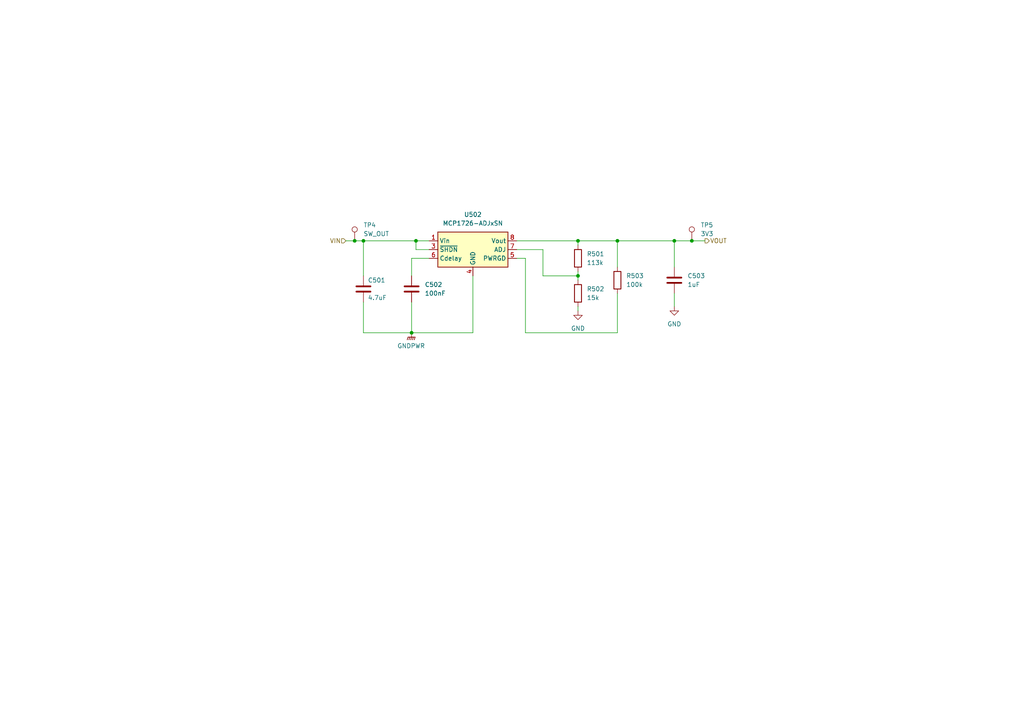
<source format=kicad_sch>
(kicad_sch (version 20230121) (generator eeschema)
  (paper "A4")
  (lib_symbols
    (symbol "Connector:TestPoint" (pin_numbers hide) (pin_names (offset 0.762) hide)
      (property "Reference" "TP" (at 0 6.858 0))
      (property "Value" "TestPoint" (at 0 5.08 0))
      (symbol "TestPoint_0_1"
        (circle (center 0 3.302) (radius 0.762))
      )
      (symbol "TestPoint_1_1"
        (pin passive line (at 0 0 90) (length 2.54) (name "1") (number "1"))
      )
    )
    (symbol "Device:C" (pin_numbers hide) (pin_names (offset 0.254))
      (property "Reference" "C" (at 0.635 2.54 0))
      (property "Value" "C" (at 0.635 -2.54 0))
      (symbol "C_0_1"
        (polyline (pts (xy -2.032 -0.762) (xy 2.032 -0.762)) (stroke (width 0.508)))
        (polyline (pts (xy -2.032 0.762) (xy 2.032 0.762)) (stroke (width 0.508)))
      )
      (symbol "C_1_1"
        (pin passive line (at 0 3.81 270) (length 2.794) (name "~") (number "1"))
        (pin passive line (at 0 -3.81 90) (length 2.794) (name "~") (number "2"))
      )
    )
    (symbol "Device:R" (pin_numbers hide) (pin_names (offset 0))
      (property "Reference" "R" (at 2.032 0 90))
      (property "Value" "R" (at 0 0 90))
      (symbol "R_0_1"
        (rectangle (start -1.016 -2.54) (end 1.016 2.54) (stroke (width 0.254)))
      )
      (symbol "R_1_1"
        (pin passive line (at 0 3.81 270) (length 1.27) (name "~") (number "1"))
        (pin passive line (at 0 -3.81 90) (length 1.27) (name "~") (number "2"))
      )
    )
    (symbol "GND_1" (power) (pin_names (offset 0))
      (property "Value" "GND_1" (at 0 -3.81 0))
      (symbol "GND_1_0_1"
        (polyline (pts (xy 0 0) (xy 0 -1.27) (xy 1.27 -1.27) (xy 0 -2.54) (xy -1.27 -1.27) (xy 0 -1.27)))
      )
      (symbol "GND_1_1_1"
        (pin power_in line (at 0 0 270) (length 0) hide (name "GND") (number "1"))
      )
    )
    (symbol "Regulator_Linear:MCP1727-ADJxSN"
      (property "Reference" "U" (at -8.89 6.35 0))
      (property "Value" "MCP1727-ADJxSN" (at 3.81 6.35 0))
      (symbol "MCP1727-ADJxSN_0_0"
        (pin open_collector line (at 12.7 -2.54 180) (length 2.54) (name "PWRGD") (number "5"))
        (pin input line (at -12.7 -2.54 0) (length 2.54) (name "Cdelay") (number "6"))
        (pin input line (at 12.7 0 180) (length 2.54) (name "ADJ") (number "7"))
        (pin power_out line (at 12.7 2.54 180) (length 2.54) (name "Vout") (number "8"))
      )
      (symbol "MCP1727-ADJxSN_0_1"
        (rectangle (start -10.16 5.08) (end 10.16 -5.08) (stroke (width 0.254)) (fill (type background)))
      )
      (symbol "MCP1727-ADJxSN_1_1"
        (pin power_in line (at -12.7 2.54 0) (length 2.54) (name "Vin") (number "1"))
        (pin passive line (at -12.7 2.54 0) (length 2.54) hide (name "Vin") (number "2"))
        (pin input line (at -12.7 0 0) (length 2.54) (name "~{SHDN}") (number "3"))
        (pin power_in line (at 0 -7.62 90) (length 2.54) (name "GND") (number "4"))
      )
    )
    (symbol "power:GND" (power) (pin_names (offset 0))
      (property "Value" "GND" (at 0 -3.81 0))
      (symbol "GND_0_1"
        (polyline (pts (xy 0 0) (xy 0 -1.27) (xy 1.27 -1.27) (xy 0 -2.54) (xy -1.27 -1.27) (xy 0 -1.27)))
      )
      (symbol "GND_1_1"
        (pin power_in line (at 0 0 270) (length 0) hide (name "GND") (number "1"))
      )
    )
    (symbol "power:GNDPWR" (power) (pin_names (offset 0))
      (property "Value" "GNDPWR" (at 0 -3.302 0))
      (symbol "GNDPWR_0_1"
        (polyline (pts (xy 0 -1.27) (xy 0 0)))
        (polyline (pts (xy -1.016 -1.27) (xy -1.27 -2.032) (xy -1.27 -2.032)) (stroke (width 0.2032)))
        (polyline (pts (xy -0.508 -1.27) (xy -0.762 -2.032) (xy -0.762 -2.032)) (stroke (width 0.2032)))
        (polyline (pts (xy 0 -1.27) (xy -0.254 -2.032) (xy -0.254 -2.032)) (stroke (width 0.2032)))
        (polyline (pts (xy 0.508 -1.27) (xy 0.254 -2.032) (xy 0.254 -2.032)) (stroke (width 0.2032)))
        (polyline (pts (xy 1.016 -1.27) (xy -1.016 -1.27) (xy -1.016 -1.27)) (stroke (width 0.2032)))
        (polyline (pts (xy 1.016 -1.27) (xy 0.762 -2.032) (xy 0.762 -2.032) (xy 0.762 -2.032)) (stroke (width 0.2032)))
      )
      (symbol "GNDPWR_1_1"
        (pin power_in line (at 0 0 270) (length 0) hide (name "GNDPWR") (number "1"))
      )
    )
  )
  (junction (at 179.07 69.85))
  (junction (at 120.65 69.85))
  (junction (at 119.38 96.52))
  (junction (at 167.64 80.01))
  (junction (at 195.58 69.85))
  (junction (at 102.87 69.85))
  (junction (at 105.41 69.85))
  (junction (at 200.66 69.85))
  (junction (at 167.64 69.85))
  (wire (pts (xy 124.46 74.93) (xy 119.38 74.93)))
  (wire (pts (xy 179.07 69.85) (xy 179.07 77.47)))
  (wire (pts (xy 124.46 72.39) (xy 120.65 72.39)))
  (wire (pts (xy 200.66 69.85) (xy 204.47 69.85)))
  (wire (pts (xy 195.58 69.85) (xy 200.66 69.85)))
  (wire (pts (xy 152.4 96.52) (xy 179.07 96.52)))
  (wire (pts (xy 167.64 69.85) (xy 167.64 71.12)))
  (wire (pts (xy 179.07 69.85) (xy 195.58 69.85)))
  (wire (pts (xy 120.65 69.85) (xy 124.46 69.85)))
  (wire (pts (xy 149.86 74.93) (xy 152.4 74.93)))
  (wire (pts (xy 167.64 80.01) (xy 167.64 81.28)))
  (wire (pts (xy 195.58 69.85) (xy 195.58 77.47)))
  (wire (pts (xy 120.65 72.39) (xy 120.65 69.85)))
  (wire (pts (xy 157.48 72.39) (xy 157.48 80.01)))
  (wire (pts (xy 179.07 85.09) (xy 179.07 96.52)))
  (wire (pts (xy 119.38 74.93) (xy 119.38 80.01)))
  (wire (pts (xy 100.33 69.85) (xy 102.87 69.85)))
  (wire (pts (xy 105.41 96.52) (xy 105.41 87.63)))
  (wire (pts (xy 119.38 87.63) (xy 119.38 96.52)))
  (wire (pts (xy 157.48 80.01) (xy 167.64 80.01)))
  (wire (pts (xy 167.64 78.74) (xy 167.64 80.01)))
  (wire (pts (xy 167.64 88.9) (xy 167.64 90.17)))
  (wire (pts (xy 105.41 69.85) (xy 105.41 80.01)))
  (wire (pts (xy 149.86 69.85) (xy 167.64 69.85)))
  (wire (pts (xy 105.41 69.85) (xy 120.65 69.85)))
  (wire (pts (xy 152.4 74.93) (xy 152.4 96.52)))
  (wire (pts (xy 102.87 69.85) (xy 105.41 69.85)))
  (wire (pts (xy 137.16 80.01) (xy 137.16 96.52)))
  (wire (pts (xy 119.38 96.52) (xy 105.41 96.52)))
  (wire (pts (xy 167.64 69.85) (xy 179.07 69.85)))
  (wire (pts (xy 137.16 96.52) (xy 119.38 96.52)))
  (wire (pts (xy 195.58 85.09) (xy 195.58 88.9)))
  (wire (pts (xy 149.86 72.39) (xy 157.48 72.39)))
  (hierarchical_label "VIN" (shape input) (at 100.33 69.85 180))
  (hierarchical_label "VOUT" (shape output) (at 204.47 69.85 0))
  (symbol (lib_name "GND_1") (lib_id "power:GND") (at 195.58 88.9 0) (unit 1)
    (property "Reference" "#PWR0503" (effects hide))
    (property "Value" "GND" (at 195.58 93.98 0))
    (instances (project "smart_alarm_V0.1" (path "" (reference "#PWR0503") (unit 1))) (project "DCU-RP2040_v0.1" (path "" (reference "#PWR0301") (unit 1))))
  )
  (symbol (lib_id "Device:C") (at 195.58 81.28 0) (unit 1)
    (property "Reference" "C503" (at 199.39 80.0099 0) (effects (justify left)))
    (property "Value" "1uF" (at 199.39 82.5499 0) (effects (justify left)))
    (property "Footprint" "Capacitor_SMD:C_0603_1608Metric" (effects hide))
    (instances (project "smart_alarm_V0.1" (path "" (reference "C503") (unit 1))) (project "DCU-RP2040_v0.1" (path "" (reference "C302") (unit 1))))
  )
  (symbol (lib_id "Regulator_Linear:MCP1727-ADJxSN") (at 137.16 72.39 0) (unit 1)
    (property "Reference" "U502" (at 137.16 62.23 0))
    (property "Value" "MCP1726-ADJxSN" (at 137.16 64.77 0))
    (property "Footprint" "Package_SO:SOIC-8_3.9x4.9mm_P1.27mm" (effects hide))
    (property "Datasheet" "https://www.mouser.in/datasheet/2/268/jp022884-1150097.pdf" (effects hide))
  )
  (symbol (lib_id "Device:R") (at 179.07 81.28 0) (unit 1)
    (property "Reference" "R503" (at 181.61 80.01 0) (effects (justify left)))
    (property "Value" "100k" (at 181.61 82.55 0) (effects (justify left)))
    (property "Footprint" "Resistor_SMD:R_0603_1608Metric" (effects hide))
  )
  (symbol (lib_id "Device:R") (at 167.64 74.93 0) (unit 1)
    (property "Reference" "R501" (at 170.18 73.66 0) (effects (justify left)))
    (property "Value" "113k" (at 170.18 76.2 0) (effects (justify left)))
    (property "Footprint" "Resistor_SMD:R_0603_1608Metric" (effects hide))
  )
  (symbol (lib_id "power:GNDPWR") (at 119.38 96.52 0) (unit 1)
    (property "Reference" "#PWR0502" (effects hide))
    (property "Value" "GNDPWR" (at 119.253 100.33 0))
  )
  (symbol (lib_id "Device:C") (at 119.38 83.82 0) (unit 1)
    (property "Reference" "C502" (at 123.19 82.5499 0) (effects (justify left)))
    (property "Value" "100nF" (at 123.19 85.0899 0) (effects (justify left)))
    (property "Footprint" "Capacitor_SMD:C_0603_1608Metric" (effects hide))
    (instances (project "smart_alarm_V0.1" (path "" (reference "C502") (unit 1))) (project "DCU-RP2040_v0.1" (path "" (reference "C302") (unit 1))))
  )
  (symbol (lib_id "Connector:TestPoint") (at 102.87 69.85 0) (unit 1)
    (property "Reference" "TP4" (at 105.41 65.278 0) (effects (justify left)))
    (property "Value" "SW_OUT" (at 105.41 67.818 0) (effects (justify left)))
    (property "Footprint" "TestPoint:TestPoint_Pad_1.0x1.0mm" (effects hide))
  )
  (symbol (lib_id "Connector:TestPoint") (at 200.66 69.85 0) (unit 1)
    (property "Reference" "TP5" (at 203.2 65.278 0) (effects (justify left)))
    (property "Value" "3V3" (at 203.2 67.818 0) (effects (justify left)))
    (property "Footprint" "TestPoint:TestPoint_Pad_1.0x1.0mm" (effects hide))
  )
  (symbol (lib_id "Device:R") (at 167.64 85.09 0) (unit 1)
    (property "Reference" "R502" (at 170.18 83.82 0) (effects (justify left)))
    (property "Value" "15k" (at 170.18 86.36 0) (effects (justify left)))
    (property "Footprint" "Resistor_SMD:R_0603_1608Metric" (effects hide))
  )
  (symbol (lib_id "power:GND") (at 167.64 90.17 0) (unit 1)
    (property "Reference" "#PWR0501" (effects hide))
    (property "Value" "GND" (at 167.64 95.25 0))
    (instances (project "smart_alarm_V0.1" (path "" (reference "#PWR0501") (unit 1))) (project "DCU-RP2040_v0.1" (path "" (reference "#PWR0301") (unit 1))))
  )
  (symbol (lib_id "Device:C") (at 105.41 83.82 0) (unit 1)
    (property "Reference" "C501" (at 106.68 81.28 0) (effects (justify left)))
    (property "Value" "4.7uF" (at 106.68 86.36 0) (effects (justify left)))
    (property "Footprint" "Capacitor_SMD:C_0805_2012Metric" (effects hide))
    (instances (project "smart_alarm_V0.1" (path "" (reference "C501") (unit 1))) (project "DCU-RP2040_v0.1" (path "" (reference "C301") (unit 1))))
  )
)
</source>
